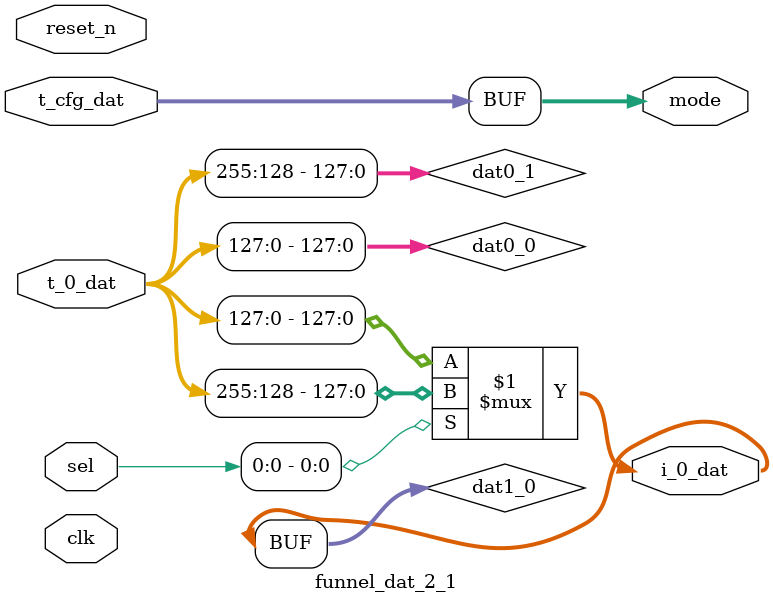
<source format=v>


module funnel_dat_2_1 (
    input        [255:0] t_0_dat,
    input        [7:0] t_cfg_dat, // config

    output       [127:0] i_0_dat,
    input        [7:0] sel,
    output       [7:0] mode,
    input clk, reset_n
);

// controller
assign mode = t_cfg_dat;

// initial assignment

wire [127:0] dat0_0; assign dat0_0 = t_0_dat[127:0];
wire [127:0] dat0_1; assign dat0_1 = t_0_dat[255:128];


wire [127:0] dat1_0; assign dat1_0 = sel[0] ? dat0_1 : dat0_0;

assign i_0_dat = dat1_0;

endmodule

</source>
